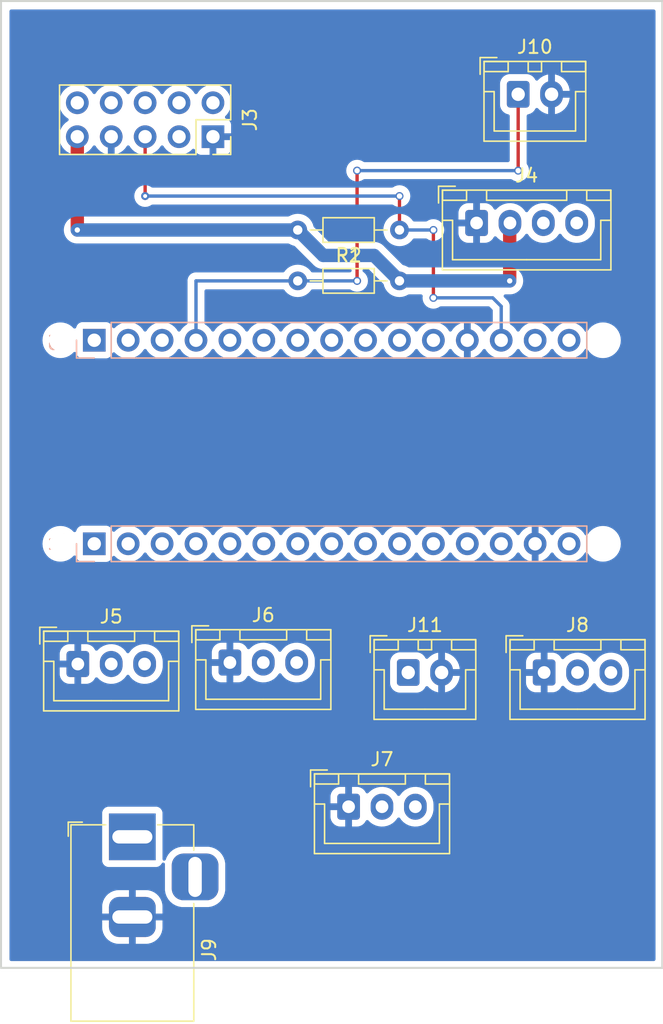
<source format=kicad_pcb>
(kicad_pcb (version 20240108) (generator "pcbnew") (generator_version "8.0")
  (title_block (date "sam. 04 avril 2015"))
  (layers (0 "F.Cu" signal) (31 "B.Cu" signal) (34 "B.Paste" user) (35 "F.Paste" user) (36 "B.SilkS" user "B.Silkscreen") (37 "F.SilkS" user "F.Silkscreen") (38 "B.Mask" user) (39 "F.Mask" user) (44 "Edge.Cuts" user))
  (net 0 "")
  (net 1 "GND")
  (net 2 "/~{RESET}")
  (net 3 "VCC")
  (net 4 "/*D9")
  (net 5 "/D8")
  (net 6 "/D7")
  (net 7 "/*D6")
  (net 8 "/*D5")
  (net 9 "/D4")
  (net 10 "+5V")
  (net 11 "/A3")
  (net 12 "/A2")
  (net 13 "/A1")
  (net 14 "/A0")
  (net 15 "/AREF")
  (net 16 "/D0{slash}RX")
  (net 17 "/D1{slash}TX")
  (net 18 "+3V3")
  (net 19 "/A7")
  (net 20 "/A6")
  (net 21 "/A5{slash}SCL")
  (net 22 "/A4{slash}SDA")
  (net 23 "/D13{slash}SCK")
  (net 24 "/D2")
  (net 25 "/*D3")
  (net 26 "/*D10{slash}SS")
  (net 27 "/*D11{slash}MOSI")
  (net 28 "/D12{slash}MISO")
  (footprint "Connector_JST:JST_XH_B3B-XH-A_1x03_P2.50mm_Vertical" (layer "F.Cu") (at 137.505 108.365)
    (property "Reference" "J8" (at 2.5 -3.55 0) (layer "F.SilkS"))
    (property "Value" "to_ETC")
    (fp_line (start -2.85 -2.75) (end -2.85 -1.5) (stroke (width 0.12)) (layer "F.SilkS"))
    (fp_line (start -2.56 -2.46) (end -2.56 3.51) (stroke (width 0.12)) (layer "F.SilkS"))
    (fp_line (start -2.56 3.51) (end 7.56 3.51) (stroke (width 0.12)) (layer "F.SilkS"))
    (fp_line (start -2.55 -2.45) (end -2.55 -1.7) (stroke (width 0.12)) (layer "F.SilkS"))
    (fp_line (start -2.55 -1.7) (end -0.75 -1.7) (stroke (width 0.12)) (layer "F.SilkS"))
    (fp_line (start -2.55 -0.2) (end -1.8 -0.2) (stroke (width 0.12)) (layer "F.SilkS"))
    (fp_line (start -1.8 -0.2) (end -1.8 2.75) (stroke (width 0.12)) (layer "F.SilkS"))
    (fp_line (start -1.8 2.75) (end 2.5 2.75) (stroke (width 0.12)) (layer "F.SilkS"))
    (fp_line (start -1.6 -2.75) (end -2.85 -2.75) (stroke (width 0.12)) (layer "F.SilkS"))
    (fp_line (start -0.75 -2.45) (end -2.55 -2.45) (stroke (width 0.12)) (layer "F.SilkS"))
    (fp_line (start -0.75 -1.7) (end -0.75 -2.45) (stroke (width 0.12)) (layer "F.SilkS"))
    (fp_line (start 0.75 -2.45) (end 0.75 -1.7) (stroke (width 0.12)) (layer "F.SilkS"))
    (fp_line (start 0.75 -1.7) (end 4.25 -1.7) (stroke (width 0.12)) (layer "F.SilkS"))
    (fp_line (start 4.25 -2.45) (end 0.75 -2.45) (stroke (width 0.12)) (layer "F.SilkS"))
    (fp_line (start 4.25 -1.7) (end 4.25 -2.45) (stroke (width 0.12)) (layer "F.SilkS"))
    (fp_line (start 5.75 -2.45) (end 5.75 -1.7) (stroke (width 0.12)) (layer "F.SilkS"))
    (fp_line (start 5.75 -1.7) (end 7.55 -1.7) (stroke (width 0.12)) (layer "F.SilkS"))
    (fp_line (start 6.8 -0.2) (end 6.8 2.75) (stroke (width 0.12)) (layer "F.SilkS"))
    (fp_line (start 6.8 2.75) (end 2.5 2.75) (stroke (width 0.12)) (layer "F.SilkS"))
    (fp_line (start 7.55 -2.45) (end 5.75 -2.45) (stroke (width 0.12)) (layer "F.SilkS"))
    (fp_line (start 7.55 -1.7) (end 7.55 -2.45) (stroke (width 0.12)) (layer "F.SilkS"))
    (fp_line (start 7.55 -0.2) (end 6.8 -0.2) (stroke (width 0.12)) (layer "F.SilkS"))
    (fp_line (start 7.56 -2.46) (end -2.56 -2.46) (stroke (width 0.12)) (layer "F.SilkS"))
    (fp_line (start 7.56 3.51) (end 7.56 -2.46) (stroke (width 0.12)) (layer "F.SilkS"))
    (pad "1" thru_hole roundrect (at 0 0) (size 1.7 1.95) (drill 0.95) (layers "*.Cu" "*.Mask") (roundrect_rratio 0.147059) (net 1 "GND"))
    (pad "2" thru_hole oval (at 2.5 0) (size 1.7 1.95) (drill 0.95) (layers "*.Cu" "*.Mask") (net 11 "/A3"))
    (pad "3" thru_hole oval (at 5 0) (size 1.7 1.95) (drill 0.95) (layers "*.Cu" "*.Mask") (net 10 "+5V"))
  )
  (footprint "Arduino_MountingHole:MountingHole_65mil" (layer "F.Cu") (at 101.27 83.49)
    (property "Reference" "MH2" (hide yes))
    (property "Value" "MountingHole_65mil" (hide yes))
    (pad "" np_thru_hole circle (at 0 0) (size 1.651 1.651) (drill 1.651) (layers "F&B.Cu" "*.Mask"))
  )
  (footprint "Connector_BarrelJack:BarrelJack_Horizontal" (layer "F.Cu") (at 106.6625 120.67 90)
    (property "Reference" "J9" (at -8.45 5.75 90) (layer "F.SilkS"))
    (property "Value" "DC5V")
    (fp_line (start 0.05 -4.8) (end 1.1 -4.8) (stroke (width 0.12)) (layer "F.SilkS"))
    (fp_line (start 0.9 -4.6) (end 0.9 -2) (stroke (width 0.12)) (layer "F.SilkS"))
    (fp_line (start -13.8 -4.6) (end 0.9 -4.6) (stroke (width 0.12)) (layer "F.SilkS"))
    (fp_line (start 1.1 -3.75) (end 1.1 -4.8) (stroke (width 0.12)) (layer "F.SilkS"))
    (fp_line (start 0.9 1.9) (end 0.9 4.6) (stroke (width 0.12)) (layer "F.SilkS"))
    (fp_line (start 0.9 4.6) (end -1 4.6) (stroke (width 0.12)) (layer "F.SilkS"))
    (fp_line (start -5 4.6) (end -13.8 4.6) (stroke (width 0.12)) (layer "F.SilkS"))
    (fp_line (start -13.8 4.6) (end -13.8 -4.6) (stroke (width 0.12)) (layer "F.SilkS"))
    (pad "1" thru_hole rect (at 0 0 90) (size 3.5 3.5) (drill oval 1 3) (layers "*.Cu" "*.Mask") (net 10 "+5V"))
    (pad "2" thru_hole roundrect (at -6 0 90) (size 3 3.5) (drill oval 1 3) (layers "*.Cu" "*.Mask") (net 1 "GND"))
    (pad "3" thru_hole roundrect (at -3 4.7 90) (size 3.5 3.5) (drill oval 3 1) (layers "*.Cu" "*.Mask"))
  )
  (footprint "Connector_PinSocket_2.54mm:PinSocket_2x05_P2.54mm_Vertical" (layer "F.Cu") (at 112.7 68.25 -90)
    (property "Reference" "J3" (at -1.27 -2.77 90) (layer "F.SilkS"))
    (property "Value" "to_W5500")
    (fp_line (start -3.87 11.49) (end 1.33 11.49) (stroke (width 0.12)) (layer "F.SilkS"))
    (fp_line (start -1.27 1.27) (end 1.33 1.27) (stroke (width 0.12)) (layer "F.SilkS"))
    (fp_line (start 1.33 1.27) (end 1.33 11.49) (stroke (width 0.12)) (layer "F.SilkS"))
    (fp_line (start -3.87 -1.33) (end -3.87 11.49) (stroke (width 0.12)) (layer "F.SilkS"))
    (fp_line (start -3.87 -1.33) (end -1.27 -1.33) (stroke (width 0.12)) (layer "F.SilkS"))
    (fp_line (start -1.27 -1.33) (end -1.27 1.27) (stroke (width 0.12)) (layer "F.SilkS"))
    (fp_line (start 0 -1.33) (end 1.33 -1.33) (stroke (width 0.12)) (layer "F.SilkS"))
    (fp_line (start 1.33 -1.33) (end 1.33 0) (stroke (width 0.12)) (layer "F.SilkS"))
    (pad "1" thru_hole rect (at 0 0 270) (size 1.7 1.7) (drill 1) (layers "*.Cu" "*.Mask") (net 1 "GND"))
    (pad "2" thru_hole oval (at -2.54 0 270) (size 1.7 1.7) (drill 1) (layers "*.Cu" "*.Mask") (net 23 "/D13{slash}SCK"))
    (pad "3" thru_hole oval (at 0 2.54 270) (size 1.7 1.7) (drill 1) (layers "*.Cu" "*.Mask"))
    (pad "4" thru_hole oval (at -2.54 2.54 270) (size 1.7 1.7) (drill 1) (layers "*.Cu" "*.Mask") (net 26 "/*D10{slash}SS"))
    (pad "5" thru_hole oval (at 0 5.08 270) (size 1.7 1.7) (drill 1) (layers "*.Cu" "*.Mask") (net 2 "/~{RESET}"))
    (pad "6" thru_hole oval (at -2.54 5.08 270) (size 1.7 1.7) (drill 1) (layers "*.Cu" "*.Mask") (net 27 "/*D11{slash}MOSI"))
    (pad "7" thru_hole oval (at 0 7.62 270) (size 1.7 1.7) (drill 1) (layers "*.Cu" "*.Mask") (net 1 "GND"))
    (pad "8" thru_hole oval (at -2.54 7.62 270) (size 1.7 1.7) (drill 1) (layers "*.Cu" "*.Mask") (net 28 "/D12{slash}MISO"))
    (pad "9" thru_hole oval (at 0 10.16 270) (size 1.7 1.7) (drill 1) (layers "*.Cu" "*.Mask") (net 10 "+5V"))
    (pad "10" thru_hole oval (at -2.54 10.16 270) (size 1.7 1.7) (drill 1) (layers "*.Cu" "*.Mask"))
  )
  (footprint "Connector_JST:JST_XH_B2B-XH-A_1x02_P2.50mm_Vertical" (layer "F.Cu") (at 135.56 65.075)
    (property "Reference" "J10" (at 1.25 -3.55 0) (layer "F.SilkS"))
    (property "Value" "SELE")
    (fp_line (start -2.85 -2.75) (end -2.85 -1.5) (stroke (width 0.12)) (layer "F.SilkS"))
    (fp_line (start -2.56 -2.46) (end -2.56 3.51) (stroke (width 0.12)) (layer "F.SilkS"))
    (fp_line (start -2.56 3.51) (end 5.06 3.51) (stroke (width 0.12)) (layer "F.SilkS"))
    (fp_line (start -2.55 -2.45) (end -2.55 -1.7) (stroke (width 0.12)) (layer "F.SilkS"))
    (fp_line (start -2.55 -1.7) (end -0.75 -1.7) (stroke (width 0.12)) (layer "F.SilkS"))
    (fp_line (start -2.55 -0.2) (end -1.8 -0.2) (stroke (width 0.12)) (layer "F.SilkS"))
    (fp_line (start -1.8 -0.2) (end -1.8 2.75) (stroke (width 0.12)) (layer "F.SilkS"))
    (fp_line (start -1.8 2.75) (end 1.25 2.75) (stroke (width 0.12)) (layer "F.SilkS"))
    (fp_line (start -1.6 -2.75) (end -2.85 -2.75) (stroke (width 0.12)) (layer "F.SilkS"))
    (fp_line (start -0.75 -2.45) (end -2.55 -2.45) (stroke (width 0.12)) (layer "F.SilkS"))
    (fp_line (start -0.75 -1.7) (end -0.75 -2.45) (stroke (width 0.12)) (layer "F.SilkS"))
    (fp_line (start 0.75 -2.45) (end 0.75 -1.7) (stroke (width 0.12)) (layer "F.SilkS"))
    (fp_line (start 0.75 -1.7) (end 1.75 -1.7) (stroke (width 0.12)) (layer "F.SilkS"))
    (fp_line (start 1.75 -2.45) (end 0.75 -2.45) (stroke (width 0.12)) (layer "F.SilkS"))
    (fp_line (start 1.75 -1.7) (end 1.75 -2.45) (stroke (width 0.12)) (layer "F.SilkS"))
    (fp_line (start 3.25 -2.45) (end 3.25 -1.7) (stroke (width 0.12)) (layer "F.SilkS"))
    (fp_line (start 3.25 -1.7) (end 5.05 -1.7) (stroke (width 0.12)) (layer "F.SilkS"))
    (fp_line (start 4.3 -0.2) (end 4.3 2.75) (stroke (width 0.12)) (layer "F.SilkS"))
    (fp_line (start 4.3 2.75) (end 1.25 2.75) (stroke (width 0.12)) (layer "F.SilkS"))
    (fp_line (start 5.05 -2.45) (end 3.25 -2.45) (stroke (width 0.12)) (layer "F.SilkS"))
    (fp_line (start 5.05 -1.7) (end 5.05 -2.45) (stroke (width 0.12)) (layer "F.SilkS"))
    (fp_line (start 5.05 -0.2) (end 4.3 -0.2) (stroke (width 0.12)) (layer "F.SilkS"))
    (fp_line (start 5.06 -2.46) (end -2.56 -2.46) (stroke (width 0.12)) (layer "F.SilkS"))
    (fp_line (start 5.06 3.51) (end 5.06 -2.46) (stroke (width 0.12)) (layer "F.SilkS"))
    (pad "1" thru_hole roundrect (at 0 0) (size 1.7 2) (drill 1) (layers "*.Cu" "*.Mask") (roundrect_rratio 0.147059) (net 4 "/*D9"))
    (pad "2" thru_hole oval (at 2.5 0) (size 1.7 2) (drill 1) (layers "*.Cu" "*.Mask") (net 1 "GND"))
  )
  (footprint "Arduino_MountingHole:MountingHole_65mil" (layer "F.Cu") (at 141.91 98.73)
    (property "Reference" "MH4" (hide yes))
    (property "Value" "MountingHole_65mil" (hide yes))
    (pad "" np_thru_hole circle (at 0 0) (size 1.651 1.651) (drill 1.651) (layers "F&B.Cu" "*.Mask"))
  )
  (footprint "Connector_JST:JST_XH_B3B-XH-A_1x03_P2.50mm_Vertical" (layer "F.Cu") (at 113.97 107.62)
    (property "Reference" "J6" (at 2.5 -3.55 0) (layer "F.SilkS"))
    (property "Value" "to_HUMI")
    (fp_line (start -2.85 -2.75) (end -2.85 -1.5) (stroke (width 0.12)) (layer "F.SilkS"))
    (fp_line (start -2.56 -2.46) (end -2.56 3.51) (stroke (width 0.12)) (layer "F.SilkS"))
    (fp_line (start -2.56 3.51) (end 7.56 3.51) (stroke (width 0.12)) (layer "F.SilkS"))
    (fp_line (start -2.55 -2.45) (end -2.55 -1.7) (stroke (width 0.12)) (layer "F.SilkS"))
    (fp_line (start -2.55 -1.7) (end -0.75 -1.7) (stroke (width 0.12)) (layer "F.SilkS"))
    (fp_line (start -2.55 -0.2) (end -1.8 -0.2) (stroke (width 0.12)) (layer "F.SilkS"))
    (fp_line (start -1.8 -0.2) (end -1.8 2.75) (stroke (width 0.12)) (layer "F.SilkS"))
    (fp_line (start -1.8 2.75) (end 2.5 2.75) (stroke (width 0.12)) (layer "F.SilkS"))
    (fp_line (start -1.6 -2.75) (end -2.85 -2.75) (stroke (width 0.12)) (layer "F.SilkS"))
    (fp_line (start -0.75 -2.45) (end -2.55 -2.45) (stroke (width 0.12)) (layer "F.SilkS"))
    (fp_line (start -0.75 -1.7) (end -0.75 -2.45) (stroke (width 0.12)) (layer "F.SilkS"))
    (fp_line (start 0.75 -2.45) (end 0.75 -1.7) (stroke (width 0.12)) (layer "F.SilkS"))
    (fp_line (start 0.75 -1.7) (end 4.25 -1.7) (stroke (width 0.12)) (layer "F.SilkS"))
    (fp_line (start 4.25 -2.45) (end 0.75 -2.45) (stroke (width 0.12)) (layer "F.SilkS"))
    (fp_line (start 4.25 -1.7) (end 4.25 -2.45) (stroke (width 0.12)) (layer "F.SilkS"))
    (fp_line (start 5.75 -2.45) (end 5.75 -1.7) (stroke (width 0.12)) (layer "F.SilkS"))
    (fp_line (start 5.75 -1.7) (end 7.55 -1.7) (stroke (width 0.12)) (layer "F.SilkS"))
    (fp_line (start 6.8 -0.2) (end 6.8 2.75) (stroke (width 0.12)) (layer "F.SilkS"))
    (fp_line (start 6.8 2.75) (end 2.5 2.75) (stroke (width 0.12)) (layer "F.SilkS"))
    (fp_line (start 7.55 -2.45) (end 5.75 -2.45) (stroke (width 0.12)) (layer "F.SilkS"))
    (fp_line (start 7.55 -1.7) (end 7.55 -2.45) (stroke (width 0.12)) (layer "F.SilkS"))
    (fp_line (start 7.55 -0.2) (end 6.8 -0.2) (stroke (width 0.12)) (layer "F.SilkS"))
    (fp_line (start 7.56 -2.46) (end -2.56 -2.46) (stroke (width 0.12)) (layer "F.SilkS"))
    (fp_line (start 7.56 3.51) (end 7.56 -2.46) (stroke (width 0.12)) (layer "F.SilkS"))
    (pad "1" thru_hole roundrect (at 0 0) (size 1.7 1.95) (drill 0.95) (layers "*.Cu" "*.Mask") (roundrect_rratio 0.147059) (net 1 "GND"))
    (pad "2" thru_hole oval (at 2.5 0) (size 1.7 1.95) (drill 0.95) (layers "*.Cu" "*.Mask") (net 13 "/A1"))
    (pad "3" thru_hole oval (at 5 0) (size 1.7 1.95) (drill 0.95) (layers "*.Cu" "*.Mask") (net 10 "+5V"))
  )
  (footprint "Connector_JST:JST_XH_B2B-XH-A_1x02_P2.50mm_Vertical" (layer "F.Cu") (at 127.325 108.365)
    (property "Reference" "J11" (at 1.25 -3.55 0) (layer "F.SilkS"))
    (property "Value" "RESET")
    (fp_line (start -2.85 -2.75) (end -2.85 -1.5) (stroke (width 0.12)) (layer "F.SilkS"))
    (fp_line (start -2.56 -2.46) (end -2.56 3.51) (stroke (width 0.12)) (layer "F.SilkS"))
    (fp_line (start -2.56 3.51) (end 5.06 3.51) (stroke (width 0.12)) (layer "F.SilkS"))
    (fp_line (start -2.55 -2.45) (end -2.55 -1.7) (stroke (width 0.12)) (layer "F.SilkS"))
    (fp_line (start -2.55 -1.7) (end -0.75 -1.7) (stroke (width 0.12)) (layer "F.SilkS"))
    (fp_line (start -2.55 -0.2) (end -1.8 -0.2) (stroke (width 0.12)) (layer "F.SilkS"))
    (fp_line (start -1.8 -0.2) (end -1.8 2.75) (stroke (width 0.12)) (layer "F.SilkS"))
    (fp_line (start -1.8 2.75) (end 1.25 2.75) (stroke (width 0.12)) (layer "F.SilkS"))
    (fp_line (start -1.6 -2.75) (end -2.85 -2.75) (stroke (width 0.12)) (layer "F.SilkS"))
    (fp_line (start -0.75 -2.45) (end -2.55 -2.45) (stroke (width 0.12)) (layer "F.SilkS"))
    (fp_line (start -0.75 -1.7) (end -0.75 -2.45) (stroke (width 0.12)) (layer "F.SilkS"))
    (fp_line (start 0.75 -2.45) (end 0.75 -1.7) (stroke (width 0.12)) (layer "F.SilkS"))
    (fp_line (start 0.75 -1.7) (end 1.75 -1.7) (stroke (width 0.12)) (layer "F.SilkS"))
    (fp_line (start 1.75 -2.45) (end 0.75 -2.45) (stroke (width 0.12)) (layer "F.SilkS"))
    (fp_line (start 1.75 -1.7) (end 1.75 -2.45) (stroke (width 0.12)) (layer "F.SilkS"))
    (fp_line (start 3.25 -2.45) (end 3.25 -1.7) (stroke (width 0.12)) (layer "F.SilkS"))
    (fp_line (start 3.25 -1.7) (end 5.05 -1.7) (stroke (width 0.12)) (layer "F.SilkS"))
    (fp_line (start 4.3 -0.2) (end 4.3 2.75) (stroke (width 0.12)) (layer "F.SilkS"))
    (fp_line (start 4.3 2.75) (end 1.25 2.75) (stroke (width 0.12)) (layer "F.SilkS"))
    (fp_line (start 5.05 -2.45) (end 3.25 -2.45) (stroke (width 0.12)) (layer "F.SilkS"))
    (fp_line (start 5.05 -1.7) (end 5.05 -2.45) (stroke (width 0.12)) (layer "F.SilkS"))
    (fp_line (start 5.05 -0.2) (end 4.3 -0.2) (stroke (width 0.12)) (layer "F.SilkS"))
    (fp_line (start 5.06 -2.46) (end -2.56 -2.46) (stroke (width 0.12)) (layer "F.SilkS"))
    (fp_line (start 5.06 3.51) (end 5.06 -2.46) (stroke (width 0.12)) (layer "F.SilkS"))
    (pad "1" thru_hole roundrect (at 0 0) (size 1.7 2) (drill 1) (layers "*.Cu" "*.Mask") (roundrect_rratio 0.147059) (net 2 "/~{RESET}"))
    (pad "2" thru_hole oval (at 2.5 0) (size 1.7 2) (drill 1) (layers "*.Cu" "*.Mask") (net 1 "GND"))
  )
  (footprint "Connector_JST:JST_XH_B4B-XH-A_1x04_P2.50mm_Vertical" (layer "F.Cu") (at 132.445 74.71)
    (property "Reference" "J4" (at 3.75 -3.55 0) (layer "F.SilkS"))
    (property "Value" "to_LCD")
    (fp_line (start -2.85 -2.75) (end -2.85 -1.5) (stroke (width 0.12)) (layer "F.SilkS"))
    (fp_line (start -2.56 -2.46) (end -2.56 3.51) (stroke (width 0.12)) (layer "F.SilkS"))
    (fp_line (start -2.56 3.51) (end 10.06 3.51) (stroke (width 0.12)) (layer "F.SilkS"))
    (fp_line (start -2.55 -2.45) (end -2.55 -1.7) (stroke (width 0.12)) (layer "F.SilkS"))
    (fp_line (start -2.55 -1.7) (end -0.75 -1.7) (stroke (width 0.12)) (layer "F.SilkS"))
    (fp_line (start -2.55 -0.2) (end -1.8 -0.2) (stroke (width 0.12)) (layer "F.SilkS"))
    (fp_line (start -1.8 -0.2) (end -1.8 2.75) (stroke (width 0.12)) (layer "F.SilkS"))
    (fp_line (start -1.8 2.75) (end 3.75 2.75) (stroke (width 0.12)) (layer "F.SilkS"))
    (fp_line (start -1.6 -2.75) (end -2.85 -2.75) (stroke (width 0.12)) (layer "F.SilkS"))
    (fp_line (start -0.75 -2.45) (end -2.55 -2.45) (stroke (width 0.12)) (layer "F.SilkS"))
    (fp_line (start -0.75 -1.7) (end -0.75 -2.45) (stroke (width 0.12)) (layer "F.SilkS"))
    (fp_line (start 0.75 -2.45) (end 0.75 -1.7) (stroke (width 0.12)) (layer "F.SilkS"))
    (fp_line (start 0.75 -1.7) (end 6.75 -1.7) (stroke (width 0.12)) (layer "F.SilkS"))
    (fp_line (start 6.75 -2.45) (end 0.75 -2.45) (stroke (width 0.12)) (layer "F.SilkS"))
    (fp_line (start 6.75 -1.7) (end 6.75 -2.45) (stroke (width 0.12)) (layer "F.SilkS"))
    (fp_line (start 8.25 -2.45) (end 8.25 -1.7) (stroke (width 0.12)) (layer "F.SilkS"))
    (fp_line (start 8.25 -1.7) (end 10.05 -1.7) (stroke (width 0.12)) (layer "F.SilkS"))
    (fp_line (start 9.3 -0.2) (end 9.3 2.75) (stroke (width 0.12)) (layer "F.SilkS"))
    (fp_line (start 9.3 2.75) (end 3.75 2.75) (stroke (width 0.12)) (layer "F.SilkS"))
    (fp_line (start 10.05 -2.45) (end 8.25 -2.45) (stroke (width 0.12)) (layer "F.SilkS"))
    (fp_line (start 10.05 -1.7) (end 10.05 -2.45) (stroke (width 0.12)) (layer "F.SilkS"))
    (fp_line (start 10.05 -0.2) (end 9.3 -0.2) (stroke (width 0.12)) (layer "F.SilkS"))
    (fp_line (start 10.06 -2.46) (end -2.56 -2.46) (stroke (width 0.12)) (layer "F.SilkS"))
    (fp_line (start 10.06 3.51) (end 10.06 -2.46) (stroke (width 0.12)) (layer "F.SilkS"))
    (pad "1" thru_hole roundrect (at 0 0) (size 1.7 1.95) (drill 0.95) (layers "*.Cu" "*.Mask") (roundrect_rratio 0.147059) (net 1 "GND"))
    (pad "2" thru_hole oval (at 2.5 0) (size 1.7 1.95) (drill 0.95) (layers "*.Cu" "*.Mask") (net 10 "+5V"))
    (pad "3" thru_hole oval (at 5 0) (size 1.7 1.95) (drill 0.95) (layers "*.Cu" "*.Mask") (net 22 "/A4{slash}SDA"))
    (pad "4" thru_hole oval (at 7.5 0) (size 1.7 1.95) (drill 0.95) (layers "*.Cu" "*.Mask") (net 21 "/A5{slash}SCL"))
  )
  (footprint "Connector_JST:JST_XH_B3B-XH-A_1x03_P2.50mm_Vertical" (layer "F.Cu") (at 122.86 118.415)
    (property "Reference" "J7" (at 2.5 -3.55 0) (layer "F.SilkS"))
    (property "Value" "to_ILLU")
    (fp_line (start -2.85 -2.75) (end -2.85 -1.5) (stroke (width 0.12)) (layer "F.SilkS"))
    (fp_line (start -2.56 -2.46) (end -2.56 3.51) (stroke (width 0.12)) (layer "F.SilkS"))
    (fp_line (start -2.56 3.51) (end 7.56 3.51) (stroke (width 0.12)) (layer "F.SilkS"))
    (fp_line (start -2.55 -2.45) (end -2.55 -1.7) (stroke (width 0.12)) (layer "F.SilkS"))
    (fp_line (start -2.55 -1.7) (end -0.75 -1.7) (stroke (width 0.12)) (layer "F.SilkS"))
    (fp_line (start -2.55 -0.2) (end -1.8 -0.2) (stroke (width 0.12)) (layer "F.SilkS"))
    (fp_line (start -1.8 -0.2) (end -1.8 2.75) (stroke (width 0.12)) (layer "F.SilkS"))
    (fp_line (start -1.8 2.75) (end 2.5 2.75) (stroke (width 0.12)) (layer "F.SilkS"))
    (fp_line (start -1.6 -2.75) (end -2.85 -2.75) (stroke (width 0.12)) (layer "F.SilkS"))
    (fp_line (start -0.75 -2.45) (end -2.55 -2.45) (stroke (width 0.12)) (layer "F.SilkS"))
    (fp_line (start -0.75 -1.7) (end -0.75 -2.45) (stroke (width 0.12)) (layer "F.SilkS"))
    (fp_line (start 0.75 -2.45) (end 0.75 -1.7) (stroke (width 0.12)) (layer "F.SilkS"))
    (fp_line (start 0.75 -1.7) (end 4.25 -1.7) (stroke (width 0.12)) (layer "F.SilkS"))
    (fp_line (start 4.25 -2.45) (end 0.75 -2.45) (stroke (width 0.12)) (layer "F.SilkS"))
    (fp_line (start 4.25 -1.7) (end 4.25 -2.45) (stroke (width 0.12)) (layer "F.SilkS"))
    (fp_line (start 5.75 -2.45) (end 5.75 -1.7) (stroke (width 0.12)) (layer "F.SilkS"))
    (fp_line (start 5.75 -1.7) (end 7.55 -1.7) (stroke (width 0.12)) (layer "F.SilkS"))
    (fp_line (start 6.8 -0.2) (end 6.8 2.75) (stroke (width 0.12)) (layer "F.SilkS"))
    (fp_line (start 6.8 2.75) (end 2.5 2.75) (stroke (width 0.12)) (layer "F.SilkS"))
    (fp_line (start 7.55 -2.45) (end 5.75 -2.45) (stroke (width 0.12)) (layer "F.SilkS"))
    (fp_line (start 7.55 -1.7) (end 7.55 -2.45) (stroke (width 0.12)) (layer "F.SilkS"))
    (fp_line (start 7.55 -0.2) (end 6.8 -0.2) (stroke (width 0.12)) (layer "F.SilkS"))
    (fp_line (start 7.56 -2.46) (end -2.56 -2.46) (stroke (width 0.12)) (layer "F.SilkS"))
    (fp_line (start 7.56 3.51) (end 7.56 -2.46) (stroke (width 0.12)) (layer "F.SilkS"))
    (pad "1" thru_hole roundrect (at 0 0) (size 1.7 1.95) (drill 0.95) (layers "*.Cu" "*.Mask") (roundrect_rratio 0.147059) (net 1 "GND"))
    (pad "2" thru_hole oval (at 2.5 0) (size 1.7 1.95) (drill 0.95) (layers "*.Cu" "*.Mask") (net 12 "/A2"))
    (pad "3" thru_hole oval (at 5 0) (size 1.7 1.95) (drill 0.95) (layers "*.Cu" "*.Mask") (net 10 "+5V"))
  )
  (footprint "Arduino_MountingHole:MountingHole_65mil" (layer "F.Cu") (at 101.27 98.73)
    (property "Reference" "MH1" (hide yes))
    (property "Value" "MountingHole_65mil" (hide yes))
    (pad "" np_thru_hole circle (at 0 0) (size 1.651 1.651) (drill 1.651) (layers "F&B.Cu" "*.Mask"))
  )
  (footprint "Arduino_MountingHole:MountingHole_65mil" (layer "F.Cu") (at 141.91 83.49)
    (property "Reference" "MH3" (hide yes))
    (property "Value" "MountingHole_65mil" (hide yes))
    (pad "" np_thru_hole circle (at 0 0) (size 1.651 1.651) (drill 1.651) (layers "F&B.Cu" "*.Mask"))
  )
  (footprint "Connector_JST:JST_XH_B3B-XH-A_1x03_P2.50mm_Vertical" (layer "F.Cu") (at 102.58 107.73)
    (property "Reference" "J5" (at 2.5 -3.55 0) (layer "F.SilkS"))
    (property "Value" "to_TEMP")
    (fp_line (start -2.85 -2.75) (end -2.85 -1.5) (stroke (width 0.12)) (layer "F.SilkS"))
    (fp_line (start -2.56 -2.46) (end -2.56 3.51) (stroke (width 0.12)) (layer "F.SilkS"))
    (fp_line (start -2.56 3.51) (end 7.56 3.51) (stroke (width 0.12)) (layer "F.SilkS"))
    (fp_line (start -2.55 -2.45) (end -2.55 -1.7) (stroke (width 0.12)) (layer "F.SilkS"))
    (fp_line (start -2.55 -1.7) (end -0.75 -1.7) (stroke (width 0.12)) (layer "F.SilkS"))
    (fp_line (start -2.55 -0.2) (end -1.8 -0.2) (stroke (width 0.12)) (layer "F.SilkS"))
    (fp_line (start -1.8 -0.2) (end -1.8 2.75) (stroke (width 0.12)) (layer "F.SilkS"))
    (fp_line (start -1.8 2.75) (end 2.5 2.75) (stroke (width 0.12)) (layer "F.SilkS"))
    (fp_line (start -1.6 -2.75) (end -2.85 -2.75) (stroke (width 0.12)) (layer "F.SilkS"))
    (fp_line (start -0.75 -2.45) (end -2.55 -2.45) (stroke (width 0.12)) (layer "F.SilkS"))
    (fp_line (start -0.75 -1.7) (end -0.75 -2.45) (stroke (width 0.12)) (layer "F.SilkS"))
    (fp_line (start 0.75 -2.45) (end 0.75 -1.7) (stroke (width 0.12)) (layer "F.SilkS"))
    (fp_line (start 0.75 -1.7) (end 4.25 -1.7) (stroke (width 0.12)) (layer "F.SilkS"))
    (fp_line (start 4.25 -2.45) (end 0.75 -2.45) (stroke (width 0.12)) (layer "F.SilkS"))
    (fp_line (start 4.25 -1.7) (end 4.25 -2.45) (stroke (width 0.12)) (layer "F.SilkS"))
    (fp_line (start 5.75 -2.45) (end 5.75 -1.7) (stroke (width 0.12)) (layer "F.SilkS"))
    (fp_line (start 5.75 -1.7) (end 7.55 -1.7) (stroke (width 0.12)) (layer "F.SilkS"))
    (fp_line (start 6.8 -0.2) (end 6.8 2.75) (stroke (width 0.12)) (layer "F.SilkS"))
    (fp_line (start 6.8 2.75) (end 2.5 2.75) (stroke (width 0.12)) (layer "F.SilkS"))
    (fp_line (start 7.55 -2.45) (end 5.75 -2.45) (stroke (width 0.12)) (layer "F.SilkS"))
    (fp_line (start 7.55 -1.7) (end 7.55 -2.45) (stroke (width 0.12)) (layer "F.SilkS"))
    (fp_line (start 7.55 -0.2) (end 6.8 -0.2) (stroke (width 0.12)) (layer "F.SilkS"))
    (fp_line (start 7.56 -2.46) (end -2.56 -2.46) (stroke (width 0.12)) (layer "F.SilkS"))
    (fp_line (start 7.56 3.51) (end 7.56 -2.46) (stroke (width 0.12)) (layer "F.SilkS"))
    (pad "1" thru_hole roundrect (at 0 0) (size 1.7 1.95) (drill 0.95) (layers "*.Cu" "*.Mask") (roundrect_rratio 0.147059) (net 1 "GND"))
    (pad "2" thru_hole oval (at 2.5 0) (size 1.7 1.95) (drill 0.95) (layers "*.Cu" "*.Mask") (net 14 "/A0"))
    (pad "3" thru_hole oval (at 5 0) (size 1.7 1.95) (drill 0.95) (layers "*.Cu" "*.Mask") (net 10 "+5V"))
  )
  (footprint "Resistor_THT:R_Axial_DIN0204_L3.6mm_D1.6mm_P7.62mm_Horizontal" (layer "F.Cu") (at 126.67 75.235 180)
    (property "Reference" "R1" (at 3.81 -1.92 0) (layer "F.SilkS"))
    (property "Value" "10k")
    (fp_line (start 6.68 0) (end 5.73 0) (stroke (width 0.12)) (layer "F.SilkS"))
    (fp_line (start 5.73 0.92) (end 5.73 -0.92) (stroke (width 0.12)) (layer "F.SilkS"))
    (fp_line (start 5.73 -0.92) (end 1.89 -0.92) (stroke (width 0.12)) (layer "F.SilkS"))
    (fp_line (start 1.89 0.92) (end 5.73 0.92) (stroke (width 0.12)) (layer "F.SilkS"))
    (fp_line (start 1.89 -0.92) (end 1.89 0.92) (stroke (width 0.12)) (layer "F.SilkS"))
    (fp_line (start 0.94 0) (end 1.89 0) (stroke (width 0.12)) (layer "F.SilkS"))
    (pad "1" thru_hole circle (at 0 0 180) (size 1.4 1.4) (drill 0.7) (layers "*.Cu" "*.Mask") (net 2 "/~{RESET}"))
    (pad "2" thru_hole oval (at 7.62 0 180) (size 1.4 1.4) (drill 0.7) (layers "*.Cu" "*.Mask") (net 10 "+5V"))
  )
  (footprint "Resistor_THT:R_Axial_DIN0204_L3.6mm_D1.6mm_P7.62mm_Horizontal" (layer "F.Cu") (at 119.05 79.045)
    (property "Reference" "R2" (at 3.81 -1.92 0) (layer "F.SilkS"))
    (property "Value" "10k")
    (fp_line (start 0.94 0) (end 1.89 0) (stroke (width 0.12)) (layer "F.SilkS"))
    (fp_line (start 1.89 -0.92) (end 1.89 0.92) (stroke (width 0.12)) (layer "F.SilkS"))
    (fp_line (start 1.89 0.92) (end 5.73 0.92) (stroke (width 0.12)) (layer "F.SilkS"))
    (fp_line (start 5.73 -0.92) (end 1.89 -0.92) (stroke (width 0.12)) (layer "F.SilkS"))
    (fp_line (start 5.73 0.92) (end 5.73 -0.92) (stroke (width 0.12)) (layer "F.SilkS"))
    (fp_line (start 6.68 0) (end 5.73 0) (stroke (width 0.12)) (layer "F.SilkS"))
    (pad "1" thru_hole circle (at 0 0) (size 1.4 1.4) (drill 0.7) (layers "*.Cu" "*.Mask") (net 4 "/*D9"))
    (pad "2" thru_hole oval (at 7.62 0) (size 1.4 1.4) (drill 0.7) (layers "*.Cu" "*.Mask") (net 10 "+5V"))
  )
  (footprint "Connector_PinSocket_2.54mm:PinSocket_1x15_P2.54mm_Vertical" (layer "B.Cu") (at 103.81 98.73 -90)
    (property "Reference" "J1" (at 0 2.77 90) (layer "B.SilkS") (effects (justify mirror)))
    (property "Value" "Analog")
    (fp_line (start 0 1.33) (end 1.33 1.33) (stroke (width 0.12)) (layer "B.SilkS"))
    (fp_line (start 1.33 1.33) (end 1.33 0) (stroke (width 0.12)) (layer "B.SilkS"))
    (fp_line (start -1.33 -1.27) (end 1.33 -1.27) (stroke (width 0.12)) (layer "B.SilkS"))
    (fp_line (start -1.33 -1.27) (end -1.33 -36.89) (stroke (width 0.12)) (layer "B.SilkS"))
    (fp_line (start 1.33 -1.27) (end 1.33 -36.89) (stroke (width 0.12)) (layer "B.SilkS"))
    (fp_line (start -1.33 -36.89) (end 1.33 -36.89) (stroke (width 0.12)) (layer "B.SilkS"))
    (pad "1" thru_hole rect (at 0 0 270) (size 1.7 1.7) (drill 1) (layers "*.Cu" "*.Mask") (net 23 "/D13{slash}SCK"))
    (pad "2" thru_hole oval (at 0 -2.54 270) (size 1.7 1.7) (drill 1) (layers "*.Cu" "*.Mask") (net 18 "+3V3"))
    (pad "3" thru_hole oval (at 0 -5.08 270) (size 1.7 1.7) (drill 1) (layers "*.Cu" "*.Mask") (net 15 "/AREF"))
    (pad "4" thru_hole oval (at 0 -7.62 270) (size 1.7 1.7) (drill 1) (layers "*.Cu" "*.Mask") (net 14 "/A0"))
    (pad "5" thru_hole oval (at 0 -10.16 270) (size 1.7 1.7) (drill 1) (layers "*.Cu" "*.Mask") (net 13 "/A1"))
    (pad "6" thru_hole oval (at 0 -12.7 270) (size 1.7 1.7) (drill 1) (layers "*.Cu" "*.Mask") (net 12 "/A2"))
    (pad "7" thru_hole oval (at 0 -15.24 270) (size 1.7 1.7) (drill 1) (layers "*.Cu" "*.Mask") (net 11 "/A3"))
    (pad "8" thru_hole oval (at 0 -17.78 270) (size 1.7 1.7) (drill 1) (layers "*.Cu" "*.Mask") (net 22 "/A4{slash}SDA"))
    (pad "9" thru_hole oval (at 0 -20.32 270) (size 1.7 1.7) (drill 1) (layers "*.Cu" "*.Mask") (net 21 "/A5{slash}SCL"))
    (pad "10" thru_hole oval (at 0 -22.86 270) (size 1.7 1.7) (drill 1) (layers "*.Cu" "*.Mask") (net 20 "/A6"))
    (pad "11" thru_hole oval (at 0 -25.4 270) (size 1.7 1.7) (drill 1) (layers "*.Cu" "*.Mask") (net 19 "/A7"))
    (pad "12" thru_hole oval (at 0 -27.94 270) (size 1.7 1.7) (drill 1) (layers "*.Cu" "*.Mask") (net 10 "+5V"))
    (pad "13" thru_hole oval (at 0 -30.48 270) (size 1.7 1.7) (drill 1) (layers "*.Cu" "*.Mask") (net 2 "/~{RESET}"))
    (pad "14" thru_hole oval (at 0 -33.02 270) (size 1.7 1.7) (drill 1) (layers "*.Cu" "*.Mask") (net 1 "GND"))
    (pad "15" thru_hole oval (at 0 -35.56 270) (size 1.7 1.7) (drill 1) (layers "*.Cu" "*.Mask") (net 3 "VCC"))
  )
  (footprint "Connector_PinSocket_2.54mm:PinSocket_1x15_P2.54mm_Vertical" (layer "B.Cu") (at 103.81 83.49 -90)
    (property "Reference" "J2" (at 0 2.77 90) (layer "B.SilkS") (effects (justify mirror)))
    (property "Value" "Digital")
    (fp_line (start 0 1.33) (end 1.33 1.33) (stroke (width 0.12)) (layer "B.SilkS"))
    (fp_line (start 1.33 1.33) (end 1.33 0) (stroke (width 0.12)) (layer "B.SilkS"))
    (fp_line (start -1.33 -1.27) (end 1.33 -1.27) (stroke (width 0.12)) (layer "B.SilkS"))
    (fp_line (start -1.33 -1.27) (end -1.33 -36.89) (stroke (width 0.12)) (layer "B.SilkS"))
    (fp_line (start 1.33 -1.27) (end 1.33 -36.89) (stroke (width 0.12)) (layer "B.SilkS"))
    (fp_line (start -1.33 -36.89) (end 1.33 -36.89) (stroke (width 0.12)) (layer "B.SilkS"))
    (pad "1" thru_hole rect (at 0 0 270) (size 1.7 1.7) (drill 1) (layers "*.Cu" "*.Mask") (net 28 "/D12{slash}MISO"))
    (pad "2" thru_hole oval (at 0 -2.54 270) (size 1.7 1.7) (drill 1) (layers "*.Cu" "*.Mask") (net 27 "/*D11{slash}MOSI"))
    (pad "3" thru_hole oval (at 0 -5.08 270) (size 1.7 1.7) (drill 1) (layers "*.Cu" "*.Mask") (net 26 "/*D10{slash}SS"))
    (pad "4" thru_hole oval (at 0 -7.62 270) (size 1.7 1.7) (drill 1) (layers "*.Cu" "*.Mask") (net 4 "/*D9"))
    (pad "5" thru_hole oval (at 0 -10.16 270) (size 1.7 1.7) (drill 1) (layers "*.Cu" "*.Mask") (net 5 "/D8"))
    (pad "6" thru_hole oval (at 0 -12.7 270) (size 1.7 1.7) (drill 1) (layers "*.Cu" "*.Mask") (net 6 "/D7"))
    (pad "7" thru_hole oval (at 0 -15.24 270) (size 1.7 1.7) (drill 1) (layers "*.Cu" "*.Mask") (net 7 "/*D6"))
    (pad "8" thru_hole oval (at 0 -17.78 270) (size 1.7 1.7) (drill 1) (layers "*.Cu" "*.Mask") (net 8 "/*D5"))
    (pad "9" thru_hole oval (at 0 -20.32 270) (size 1.7 1.7) (drill 1) (layers "*.Cu" "*.Mask") (net 9 "/D4"))
    (pad "10" thru_hole oval (at 0 -22.86 270) (size 1.7 1.7) (drill 1) (layers "*.Cu" "*.Mask") (net 25 "/*D3"))
    (pad "11" thru_hole oval (at 0 -25.4 270) (size 1.7 1.7) (drill 1) (layers "*.Cu" "*.Mask") (net 24 "/D2"))
    (pad "12" thru_hole oval (at 0 -27.94 270) (size 1.7 1.7) (drill 1) (layers "*.Cu" "*.Mask") (net 1 "GND"))
    (pad "13" thru_hole oval (at 0 -30.48 270) (size 1.7 1.7) (drill 1) (layers "*.Cu" "*.Mask") (net 2 "/~{RESET}"))
    (pad "14" thru_hole oval (at 0 -33.02 270) (size 1.7 1.7) (drill 1) (layers "*.Cu" "*.Mask") (net 16 "/D0{slash}RX"))
    (pad "15" thru_hole oval (at 0 -35.56 270) (size 1.7 1.7) (drill 1) (layers "*.Cu" "*.Mask") (net 17 "/D1{slash}TX"))
  )
  (gr_rect (start 96.825 58.09) (end 146.355 130.48) (stroke (width 0.15)) (fill none) (layer "Edge.Cuts"))
  (segment (start 107.62 68.25) (end 107.62 72.695) (width 0.25) (layer "F.Cu") (net 2))
  (segment (start 129.21 75.235) (end 129.21 80.315) (width 0.25) (layer "F.Cu") (net 2))
  (segment (start 126.67 72.695) (end 126.67 75.235) (width 0.25) (layer "F.Cu") (net 2))
  (via (at 129.21 80.315) (size 0.6) (drill 0.4) (layers "F.Cu" "B.Cu") (net 2))
  (via (at 107.62 72.695) (size 0.6) (drill 0.3) (layers "F.Cu" "B.Cu") (net 2))
  (via (at 126.67 72.695) (size 0.6) (drill 0.4) (layers "F.Cu" "B.Cu") (net 2))
  (via (at 129.21 75.235) (size 0.6) (drill 0.4) (layers "F.Cu" "B.Cu") (net 2))
  (segment (start 133.655 80.315) (end 134.29 80.95) (width 0.25) (layer "B.Cu") (net 2))
  (segment (start 107.62 72.695) (end 126.67 72.695) (width 0.25) (layer "B.Cu") (net 2))
  (segment (start 126.67 75.235) (end 129.21 75.235) (width 0.25) (layer "B.Cu") (net 2))
  (segment (start 129.21 80.315) (end 133.655 80.315) (width 0.25) (layer "B.Cu") (net 2))
  (segment (start 134.29 80.95) (end 134.29 83.49) (width 0.25) (layer "B.Cu") (net 2))
  (segment (start 135.56 70.79) (end 135.56 65.075) (width 0.25) (layer "F.Cu") (net 4))
  (segment (start 123.495 79.045) (end 123.495 70.79) (width 0.25) (layer "F.Cu") (net 4))
  (via (at 123.495 79.045) (size 0.6) (drill 0.4) (layers "F.Cu" "B.Cu") (net 4))
  (via (at 123.495 70.79) (size 0.6) (drill 0.4) (layers "F.Cu" "B.Cu") (net 4))
  (via (at 135.56 70.79) (size 0.6) (drill 0.4) (layers "F.Cu" "B.Cu") (net 4))
  (segment (start 119.05 79.045) (end 123.495 79.045) (width 0.25) (layer "B.Cu") (net 4))
  (segment (start 111.43 79.045) (end 119.05 79.045) (width 0.25) (layer "B.Cu") (net 4))
  (segment (start 111.43 83.49) (end 111.43 79.045) (width 0.25) (layer "B.Cu") (net 4))
  (segment (start 123.495 70.79) (end 135.56 70.79) (width 0.25) (layer "B.Cu") (net 4))
  (segment (start 134.925 79.045) (end 134.925 74.73) (width 1) (layer "F.Cu") (net 10))
  (segment (start 134.925 74.73) (end 134.945 74.71) (width 1) (layer "F.Cu") (net 10))
  (segment (start 102.54 75.235) (end 102.54 68.25) (width 1) (layer "F.Cu") (net 10))
  (via (at 134.925 79.045) (size 0.8) (drill 0.4) (layers "F.Cu" "B.Cu") (net 10))
  (via (at 102.54 75.235) (size 0.8) (drill 0.4) (layers "F.Cu" "B.Cu") (net 10))
  (segment (start 124.765 77.14) (end 126.67 79.045) (width 1) (layer "B.Cu") (net 10))
  (segment (start 120.955 77.14) (end 124.765 77.14) (width 1) (layer "B.Cu") (net 10))
  (segment (start 119.05 75.235) (end 102.54 75.235) (width 1) (layer "B.Cu") (net 10))
  (segment (start 119.05 75.235) (end 120.955 77.14) (width 1) (layer "B.Cu") (net 10))
  (segment (start 126.67 79.045) (end 134.925 79.045) (width 1) (layer "B.Cu") (net 10))
  (zone (net 1) (net_name "GND") (layer "B.Cu") (connect_pads (clearance 0.508)) (min_thickness 0.254) (fill yes (thermal_gap 0.508) (thermal_bridge_width 0.508))
    (polygon (pts (xy 146.355 130.48) (xy 97.46 130.48) (xy 97.46 58.725) (xy 146.355 58.725)))
  )
)
</source>
